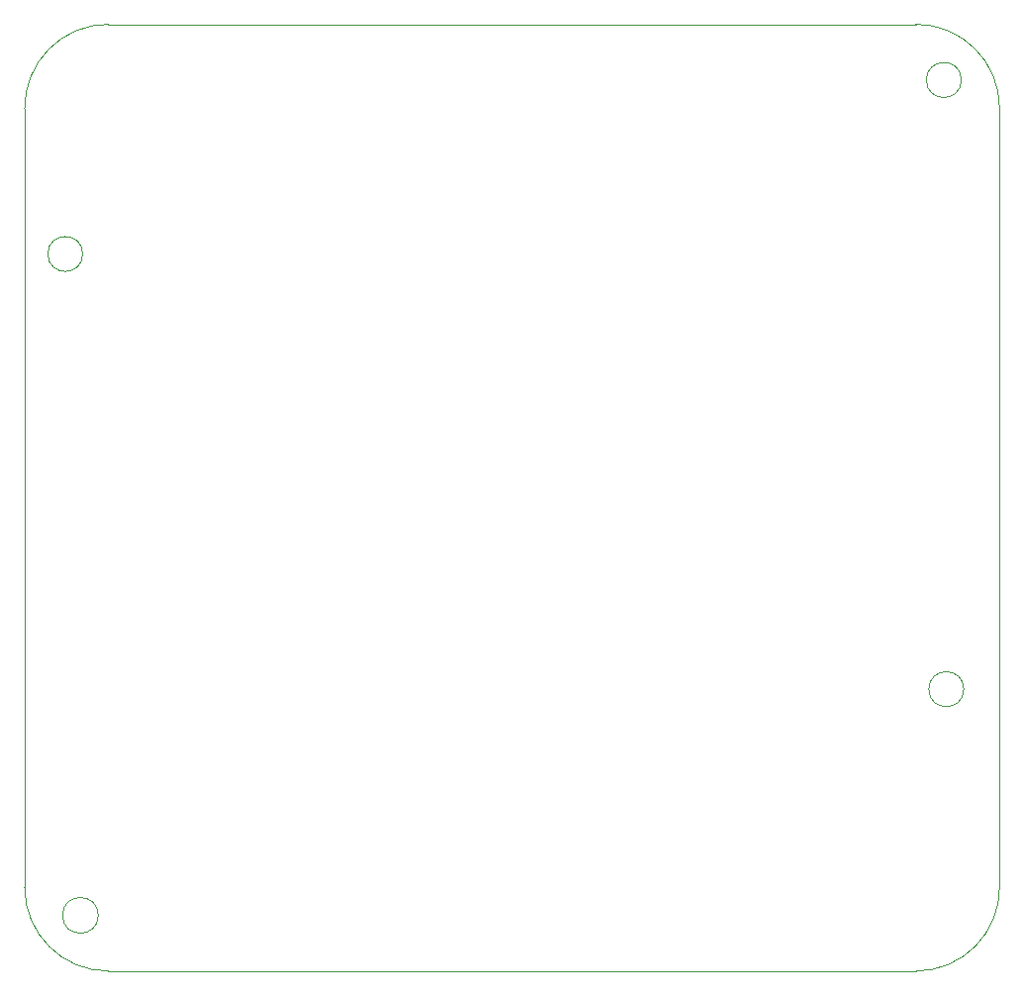
<source format=gbr>
%TF.GenerationSoftware,KiCad,Pcbnew,9.0.6*%
%TF.CreationDate,2025-12-28T20:47:28+01:00*%
%TF.ProjectId,Makropad_v1,4d616b72-6f70-4616-945f-76312e6b6963,rev?*%
%TF.SameCoordinates,Original*%
%TF.FileFunction,Profile,NP*%
%FSLAX46Y46*%
G04 Gerber Fmt 4.6, Leading zero omitted, Abs format (unit mm)*
G04 Created by KiCad (PCBNEW 9.0.6) date 2025-12-28 20:47:28*
%MOMM*%
%LPD*%
G01*
G04 APERTURE LIST*
%TA.AperFunction,Profile*%
%ADD10C,0.050000*%
%TD*%
G04 APERTURE END LIST*
D10*
X105322617Y-75096250D02*
G75*
G02*
X102322383Y-75096250I-1500117J0D01*
G01*
X102322383Y-75096250D02*
G75*
G02*
X105322617Y-75096250I1500117J0D01*
G01*
X105532633Y-127195000D02*
G75*
G02*
X102532367Y-127195000I-1500133J0D01*
G01*
X102532367Y-127195000D02*
G75*
G02*
X105532633Y-127195000I1500133J0D01*
G01*
X31535115Y-146533750D02*
G75*
G02*
X28472385Y-146533750I-1531365J0D01*
G01*
X28472385Y-146533750D02*
G75*
G02*
X31535115Y-146533750I1531365J0D01*
G01*
X101441250Y-70333750D02*
G75*
G02*
X108585000Y-77477500I0J-7143750D01*
G01*
X108585000Y-144152500D02*
G75*
G02*
X101441250Y-151296250I-7143750J0D01*
G01*
X108585000Y-144152500D02*
X108585000Y-77477500D01*
X101441250Y-70333750D02*
X32385000Y-70333477D01*
X25241251Y-77540000D02*
X25241250Y-144152500D01*
X30205000Y-89975000D02*
G75*
G02*
X27225000Y-89975000I-1490000J0D01*
G01*
X27225000Y-89975000D02*
G75*
G02*
X30205000Y-89975000I1490000J0D01*
G01*
X25241250Y-77540000D02*
G75*
G02*
X32385000Y-70333477I7143750J62500D01*
G01*
X32385000Y-151296250D02*
X101441250Y-151296250D01*
X32385000Y-151296250D02*
G75*
G02*
X25241250Y-144152500I0J7143750D01*
G01*
M02*

</source>
